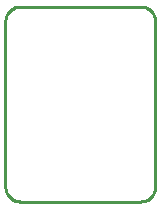
<source format=gbr>
G04 EAGLE Gerber RS-274X export*
G75*
%MOMM*%
%FSLAX34Y34*%
%LPD*%
%IN*%
%IPPOS*%
%AMOC8*
5,1,8,0,0,1.08239X$1,22.5*%
G01*
%ADD10C,0.254000*%


D10*
X0Y12700D02*
X48Y11593D01*
X193Y10495D01*
X433Y9413D01*
X766Y8356D01*
X1190Y7333D01*
X1701Y6350D01*
X2297Y5416D01*
X2971Y4537D01*
X3720Y3720D01*
X4537Y2971D01*
X5416Y2297D01*
X6350Y1701D01*
X7333Y1190D01*
X8356Y766D01*
X9413Y433D01*
X10495Y193D01*
X11593Y48D01*
X12700Y0D01*
X114300Y0D01*
X115407Y48D01*
X116505Y193D01*
X117587Y433D01*
X118644Y766D01*
X119667Y1190D01*
X120650Y1701D01*
X121584Y2297D01*
X122463Y2971D01*
X123280Y3720D01*
X124029Y4537D01*
X124703Y5416D01*
X125299Y6350D01*
X125810Y7333D01*
X126234Y8356D01*
X126567Y9413D01*
X126807Y10495D01*
X126952Y11593D01*
X127000Y12700D01*
X127000Y152400D01*
X126952Y153507D01*
X126807Y154605D01*
X126567Y155687D01*
X126234Y156744D01*
X125810Y157767D01*
X125299Y158750D01*
X124703Y159684D01*
X124029Y160563D01*
X123280Y161380D01*
X122463Y162129D01*
X121584Y162803D01*
X120650Y163399D01*
X119667Y163910D01*
X118644Y164334D01*
X117587Y164667D01*
X116505Y164907D01*
X115407Y165052D01*
X114300Y165100D01*
X12700Y165100D01*
X11593Y165052D01*
X10495Y164907D01*
X9413Y164667D01*
X8356Y164334D01*
X7333Y163910D01*
X6350Y163399D01*
X5416Y162803D01*
X4537Y162129D01*
X3720Y161380D01*
X2971Y160563D01*
X2297Y159684D01*
X1701Y158750D01*
X1190Y157767D01*
X766Y156744D01*
X433Y155687D01*
X193Y154605D01*
X48Y153507D01*
X0Y152400D01*
X0Y12700D01*
M02*

</source>
